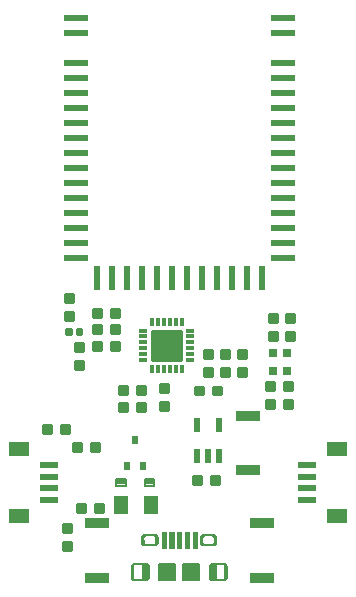
<source format=gbr>
G04 EAGLE Gerber RS-274X export*
G75*
%MOMM*%
%FSLAX34Y34*%
%LPD*%
%AMOC8*
5,1,8,0,0,1.08239X$1,22.5*%
G01*
%ADD10C,0.222250*%
%ADD11C,0.200000*%
%ADD12R,1.270000X1.524000*%
%ADD13C,0.127000*%
%ADD14C,0.040638*%
%ADD15C,0.152400*%
%ADD16R,0.500000X0.800000*%
%ADD17R,0.750000X0.300000*%
%ADD18C,0.405000*%
%ADD19R,0.300000X0.750000*%
%ADD20R,0.600000X1.200000*%
%ADD21R,2.000000X0.550000*%
%ADD22R,0.550000X2.000000*%
%ADD23R,2.000000X0.870000*%
%ADD24C,0.317500*%
%ADD25R,0.800000X0.800000*%
%ADD26R,1.550000X0.600000*%
%ADD27R,1.800000X1.200000*%


D10*
X176588Y95810D02*
X183256Y95810D01*
X183256Y89142D01*
X176588Y89142D01*
X176588Y95810D01*
X176588Y91254D02*
X183256Y91254D01*
X183256Y93366D02*
X176588Y93366D01*
X176588Y95478D02*
X183256Y95478D01*
X168016Y95810D02*
X161348Y95810D01*
X168016Y95810D02*
X168016Y89142D01*
X161348Y89142D01*
X161348Y95810D01*
X161348Y91254D02*
X168016Y91254D01*
X168016Y93366D02*
X161348Y93366D01*
X161348Y95478D02*
X168016Y95478D01*
X105606Y150824D02*
X98938Y150824D01*
X98938Y157492D01*
X105606Y157492D01*
X105606Y150824D01*
X105606Y152936D02*
X98938Y152936D01*
X98938Y155048D02*
X105606Y155048D01*
X105606Y157160D02*
X98938Y157160D01*
X114178Y150824D02*
X120846Y150824D01*
X114178Y150824D02*
X114178Y157492D01*
X120846Y157492D01*
X120846Y150824D01*
X120846Y152936D02*
X114178Y152936D01*
X114178Y155048D02*
X120846Y155048D01*
X120846Y157160D02*
X114178Y157160D01*
X140514Y158184D02*
X140514Y151516D01*
X133846Y151516D01*
X133846Y158184D01*
X140514Y158184D01*
X140514Y153628D02*
X133846Y153628D01*
X133846Y155740D02*
X140514Y155740D01*
X140514Y157852D02*
X133846Y157852D01*
X140514Y166756D02*
X140514Y173424D01*
X140514Y166756D02*
X133846Y166756D01*
X133846Y173424D01*
X140514Y173424D01*
X140514Y168868D02*
X133846Y168868D01*
X133846Y170980D02*
X140514Y170980D01*
X140514Y173092D02*
X133846Y173092D01*
X105606Y165302D02*
X98938Y165302D01*
X98938Y171970D01*
X105606Y171970D01*
X105606Y165302D01*
X105606Y167414D02*
X98938Y167414D01*
X98938Y169526D02*
X105606Y169526D01*
X105606Y171638D02*
X98938Y171638D01*
X114178Y165302D02*
X120846Y165302D01*
X114178Y165302D02*
X114178Y171970D01*
X120846Y171970D01*
X120846Y165302D01*
X120846Y167414D02*
X114178Y167414D01*
X114178Y169526D02*
X120846Y169526D01*
X120846Y171638D02*
X114178Y171638D01*
X177598Y179964D02*
X177598Y186632D01*
X177598Y179964D02*
X170930Y179964D01*
X170930Y186632D01*
X177598Y186632D01*
X177598Y182076D02*
X170930Y182076D01*
X170930Y184188D02*
X177598Y184188D01*
X177598Y186300D02*
X170930Y186300D01*
X177598Y195204D02*
X177598Y201872D01*
X177598Y195204D02*
X170930Y195204D01*
X170930Y201872D01*
X177598Y201872D01*
X177598Y197316D02*
X170930Y197316D01*
X170930Y199428D02*
X177598Y199428D01*
X177598Y201540D02*
X170930Y201540D01*
D11*
X104784Y87416D02*
X96784Y87416D01*
X96784Y93416D01*
X104784Y93416D01*
X104784Y87416D01*
X104784Y89316D02*
X96784Y89316D01*
X96784Y91216D02*
X104784Y91216D01*
X104784Y93116D02*
X96784Y93116D01*
X120784Y87416D02*
X128784Y87416D01*
X120784Y87416D02*
X120784Y93416D01*
X128784Y93416D01*
X128784Y87416D01*
X128784Y89316D02*
X120784Y89316D01*
X120784Y91216D02*
X128784Y91216D01*
X128784Y93116D02*
X120784Y93116D01*
D12*
X126204Y70748D03*
X100804Y70748D03*
D13*
X124346Y10132D02*
X124344Y10032D01*
X124338Y9933D01*
X124328Y9833D01*
X124315Y9735D01*
X124297Y9636D01*
X124276Y9539D01*
X124251Y9443D01*
X124222Y9347D01*
X124189Y9253D01*
X124153Y9160D01*
X124113Y9069D01*
X124069Y8979D01*
X124022Y8891D01*
X123972Y8805D01*
X123918Y8721D01*
X123861Y8639D01*
X123801Y8560D01*
X123737Y8482D01*
X123671Y8408D01*
X123602Y8336D01*
X123530Y8267D01*
X123456Y8201D01*
X123378Y8137D01*
X123299Y8077D01*
X123217Y8020D01*
X123133Y7966D01*
X123047Y7916D01*
X122959Y7869D01*
X122869Y7825D01*
X122778Y7785D01*
X122685Y7749D01*
X122591Y7716D01*
X122495Y7687D01*
X122399Y7662D01*
X122302Y7641D01*
X122203Y7623D01*
X122105Y7610D01*
X122005Y7600D01*
X121906Y7594D01*
X121806Y7592D01*
X112154Y7592D01*
X112054Y7594D01*
X111955Y7600D01*
X111855Y7610D01*
X111757Y7623D01*
X111658Y7641D01*
X111561Y7662D01*
X111465Y7687D01*
X111369Y7716D01*
X111275Y7749D01*
X111182Y7785D01*
X111091Y7825D01*
X111001Y7869D01*
X110913Y7916D01*
X110827Y7966D01*
X110743Y8020D01*
X110661Y8077D01*
X110582Y8137D01*
X110504Y8201D01*
X110430Y8267D01*
X110358Y8336D01*
X110289Y8408D01*
X110223Y8482D01*
X110159Y8560D01*
X110099Y8639D01*
X110042Y8721D01*
X109988Y8805D01*
X109938Y8891D01*
X109891Y8979D01*
X109847Y9069D01*
X109807Y9160D01*
X109771Y9253D01*
X109738Y9347D01*
X109709Y9443D01*
X109684Y9539D01*
X109663Y9636D01*
X109645Y9735D01*
X109632Y9833D01*
X109622Y9933D01*
X109616Y10032D01*
X109614Y10132D01*
X109614Y18768D01*
X109616Y18868D01*
X109622Y18967D01*
X109632Y19067D01*
X109645Y19165D01*
X109663Y19264D01*
X109684Y19361D01*
X109709Y19457D01*
X109738Y19553D01*
X109771Y19647D01*
X109807Y19740D01*
X109847Y19831D01*
X109891Y19921D01*
X109938Y20009D01*
X109988Y20095D01*
X110042Y20179D01*
X110099Y20261D01*
X110159Y20340D01*
X110223Y20418D01*
X110289Y20492D01*
X110358Y20564D01*
X110430Y20633D01*
X110504Y20699D01*
X110582Y20763D01*
X110661Y20823D01*
X110743Y20880D01*
X110827Y20934D01*
X110913Y20984D01*
X111001Y21031D01*
X111091Y21075D01*
X111182Y21115D01*
X111275Y21151D01*
X111369Y21184D01*
X111465Y21213D01*
X111561Y21238D01*
X111658Y21259D01*
X111757Y21277D01*
X111855Y21290D01*
X111955Y21300D01*
X112054Y21306D01*
X112154Y21308D01*
X121806Y21308D01*
X121906Y21306D01*
X122005Y21300D01*
X122105Y21290D01*
X122203Y21277D01*
X122302Y21259D01*
X122399Y21238D01*
X122495Y21213D01*
X122591Y21184D01*
X122685Y21151D01*
X122778Y21115D01*
X122869Y21075D01*
X122959Y21031D01*
X123047Y20984D01*
X123133Y20934D01*
X123217Y20880D01*
X123299Y20823D01*
X123378Y20763D01*
X123456Y20699D01*
X123530Y20633D01*
X123602Y20564D01*
X123671Y20492D01*
X123737Y20418D01*
X123801Y20340D01*
X123861Y20261D01*
X123918Y20179D01*
X123972Y20095D01*
X124022Y20009D01*
X124069Y19921D01*
X124113Y19831D01*
X124153Y19740D01*
X124189Y19647D01*
X124222Y19553D01*
X124251Y19457D01*
X124276Y19361D01*
X124297Y19264D01*
X124315Y19165D01*
X124328Y19067D01*
X124338Y18967D01*
X124344Y18868D01*
X124346Y18768D01*
X124346Y10132D01*
X110630Y8608D02*
X110630Y20292D01*
X119266Y21054D02*
X119266Y8100D01*
X119266Y21054D02*
X120282Y21054D01*
X120536Y21054D01*
X120282Y21054D02*
X120282Y8100D01*
X121552Y8100D01*
X121552Y20800D01*
X122568Y20800D01*
X122568Y8100D01*
X123076Y8100D01*
X123076Y20800D01*
X175908Y18768D02*
X175910Y18868D01*
X175916Y18967D01*
X175926Y19067D01*
X175939Y19165D01*
X175957Y19264D01*
X175978Y19361D01*
X176003Y19457D01*
X176032Y19553D01*
X176065Y19647D01*
X176101Y19740D01*
X176141Y19831D01*
X176185Y19921D01*
X176232Y20009D01*
X176282Y20095D01*
X176336Y20179D01*
X176393Y20261D01*
X176453Y20340D01*
X176517Y20418D01*
X176583Y20492D01*
X176652Y20564D01*
X176724Y20633D01*
X176798Y20699D01*
X176876Y20763D01*
X176955Y20823D01*
X177037Y20880D01*
X177121Y20934D01*
X177207Y20984D01*
X177295Y21031D01*
X177385Y21075D01*
X177476Y21115D01*
X177569Y21151D01*
X177663Y21184D01*
X177759Y21213D01*
X177855Y21238D01*
X177952Y21259D01*
X178051Y21277D01*
X178149Y21290D01*
X178249Y21300D01*
X178348Y21306D01*
X178448Y21308D01*
X187592Y21308D01*
X187692Y21306D01*
X187791Y21300D01*
X187891Y21290D01*
X187989Y21277D01*
X188088Y21259D01*
X188185Y21238D01*
X188281Y21213D01*
X188377Y21184D01*
X188471Y21151D01*
X188564Y21115D01*
X188655Y21075D01*
X188745Y21031D01*
X188833Y20984D01*
X188919Y20934D01*
X189003Y20880D01*
X189085Y20823D01*
X189164Y20763D01*
X189242Y20699D01*
X189316Y20633D01*
X189388Y20564D01*
X189457Y20492D01*
X189523Y20418D01*
X189587Y20340D01*
X189647Y20261D01*
X189704Y20179D01*
X189758Y20095D01*
X189808Y20009D01*
X189855Y19921D01*
X189899Y19831D01*
X189939Y19740D01*
X189975Y19647D01*
X190008Y19553D01*
X190037Y19457D01*
X190062Y19361D01*
X190083Y19264D01*
X190101Y19165D01*
X190114Y19067D01*
X190124Y18967D01*
X190130Y18868D01*
X190132Y18768D01*
X190132Y10132D01*
X190130Y10032D01*
X190124Y9933D01*
X190114Y9833D01*
X190101Y9735D01*
X190083Y9636D01*
X190062Y9539D01*
X190037Y9443D01*
X190008Y9347D01*
X189975Y9253D01*
X189939Y9160D01*
X189899Y9069D01*
X189855Y8979D01*
X189808Y8891D01*
X189758Y8805D01*
X189704Y8721D01*
X189647Y8639D01*
X189587Y8560D01*
X189523Y8482D01*
X189457Y8408D01*
X189388Y8336D01*
X189316Y8267D01*
X189242Y8201D01*
X189164Y8137D01*
X189085Y8077D01*
X189003Y8020D01*
X188919Y7966D01*
X188833Y7916D01*
X188745Y7869D01*
X188655Y7825D01*
X188564Y7785D01*
X188471Y7749D01*
X188377Y7716D01*
X188281Y7687D01*
X188185Y7662D01*
X188088Y7641D01*
X187989Y7623D01*
X187891Y7610D01*
X187791Y7600D01*
X187692Y7594D01*
X187592Y7592D01*
X178448Y7592D01*
X178348Y7594D01*
X178249Y7600D01*
X178149Y7610D01*
X178051Y7623D01*
X177952Y7641D01*
X177855Y7662D01*
X177759Y7687D01*
X177663Y7716D01*
X177569Y7749D01*
X177476Y7785D01*
X177385Y7825D01*
X177295Y7869D01*
X177207Y7916D01*
X177121Y7966D01*
X177037Y8020D01*
X176955Y8077D01*
X176876Y8137D01*
X176798Y8201D01*
X176724Y8267D01*
X176652Y8336D01*
X176583Y8408D01*
X176517Y8482D01*
X176453Y8560D01*
X176393Y8639D01*
X176336Y8721D01*
X176282Y8805D01*
X176232Y8891D01*
X176185Y8979D01*
X176141Y9069D01*
X176101Y9160D01*
X176065Y9253D01*
X176032Y9347D01*
X176003Y9443D01*
X175978Y9539D01*
X175957Y9636D01*
X175939Y9735D01*
X175926Y9833D01*
X175916Y9933D01*
X175910Y10032D01*
X175908Y10132D01*
X175908Y18768D01*
X189116Y20292D02*
X189116Y8608D01*
X176924Y8608D02*
X176924Y20292D01*
X176924Y8608D02*
X178194Y8608D01*
X178194Y20292D01*
X179464Y20292D01*
X179464Y8354D01*
X180480Y8354D01*
X180511Y8356D01*
X180541Y8361D01*
X180570Y8371D01*
X180598Y8383D01*
X180624Y8399D01*
X180648Y8418D01*
X180670Y8440D01*
X180689Y8464D01*
X180705Y8490D01*
X180717Y8518D01*
X180727Y8547D01*
X180732Y8577D01*
X180734Y8608D01*
X180734Y20546D01*
X131712Y39596D02*
X131710Y39496D01*
X131704Y39397D01*
X131694Y39297D01*
X131681Y39199D01*
X131663Y39100D01*
X131642Y39003D01*
X131617Y38907D01*
X131588Y38811D01*
X131555Y38717D01*
X131519Y38624D01*
X131479Y38533D01*
X131435Y38443D01*
X131388Y38355D01*
X131338Y38269D01*
X131284Y38185D01*
X131227Y38103D01*
X131167Y38024D01*
X131103Y37946D01*
X131037Y37872D01*
X130968Y37800D01*
X130896Y37731D01*
X130822Y37665D01*
X130744Y37601D01*
X130665Y37541D01*
X130583Y37484D01*
X130499Y37430D01*
X130413Y37380D01*
X130325Y37333D01*
X130235Y37289D01*
X130144Y37249D01*
X130051Y37213D01*
X129957Y37180D01*
X129861Y37151D01*
X129765Y37126D01*
X129668Y37105D01*
X129569Y37087D01*
X129471Y37074D01*
X129371Y37064D01*
X129272Y37058D01*
X129172Y37056D01*
X121044Y37056D01*
X120944Y37058D01*
X120845Y37064D01*
X120745Y37074D01*
X120647Y37087D01*
X120548Y37105D01*
X120451Y37126D01*
X120355Y37151D01*
X120259Y37180D01*
X120165Y37213D01*
X120072Y37249D01*
X119981Y37289D01*
X119891Y37333D01*
X119803Y37380D01*
X119717Y37430D01*
X119633Y37484D01*
X119551Y37541D01*
X119472Y37601D01*
X119394Y37665D01*
X119320Y37731D01*
X119248Y37800D01*
X119179Y37872D01*
X119113Y37946D01*
X119049Y38024D01*
X118989Y38103D01*
X118932Y38185D01*
X118878Y38269D01*
X118828Y38355D01*
X118781Y38443D01*
X118737Y38533D01*
X118697Y38624D01*
X118661Y38717D01*
X118628Y38811D01*
X118599Y38907D01*
X118574Y39003D01*
X118553Y39100D01*
X118535Y39199D01*
X118522Y39297D01*
X118512Y39397D01*
X118506Y39496D01*
X118504Y39596D01*
X118504Y43152D01*
X118506Y43252D01*
X118512Y43351D01*
X118522Y43451D01*
X118535Y43549D01*
X118553Y43648D01*
X118574Y43745D01*
X118599Y43841D01*
X118628Y43937D01*
X118661Y44031D01*
X118697Y44124D01*
X118737Y44215D01*
X118781Y44305D01*
X118828Y44393D01*
X118878Y44479D01*
X118932Y44563D01*
X118989Y44645D01*
X119049Y44724D01*
X119113Y44802D01*
X119179Y44876D01*
X119248Y44948D01*
X119320Y45017D01*
X119394Y45083D01*
X119472Y45147D01*
X119551Y45207D01*
X119633Y45264D01*
X119717Y45318D01*
X119803Y45368D01*
X119891Y45415D01*
X119981Y45459D01*
X120072Y45499D01*
X120165Y45535D01*
X120259Y45568D01*
X120355Y45597D01*
X120451Y45622D01*
X120548Y45643D01*
X120647Y45661D01*
X120745Y45674D01*
X120845Y45684D01*
X120944Y45690D01*
X121044Y45692D01*
X129172Y45692D01*
X129272Y45690D01*
X129371Y45684D01*
X129471Y45674D01*
X129569Y45661D01*
X129668Y45643D01*
X129765Y45622D01*
X129861Y45597D01*
X129957Y45568D01*
X130051Y45535D01*
X130144Y45499D01*
X130235Y45459D01*
X130325Y45415D01*
X130413Y45368D01*
X130499Y45318D01*
X130583Y45264D01*
X130665Y45207D01*
X130744Y45147D01*
X130822Y45083D01*
X130896Y45017D01*
X130968Y44948D01*
X131037Y44876D01*
X131103Y44802D01*
X131167Y44724D01*
X131227Y44645D01*
X131284Y44563D01*
X131338Y44479D01*
X131388Y44393D01*
X131435Y44305D01*
X131479Y44215D01*
X131519Y44124D01*
X131555Y44031D01*
X131588Y43937D01*
X131617Y43841D01*
X131642Y43745D01*
X131663Y43648D01*
X131681Y43549D01*
X131694Y43451D01*
X131704Y43351D01*
X131710Y43252D01*
X131712Y43152D01*
X131712Y39596D01*
X130442Y39342D02*
X130440Y39273D01*
X130435Y39205D01*
X130425Y39137D01*
X130412Y39069D01*
X130396Y39002D01*
X130376Y38936D01*
X130352Y38872D01*
X130325Y38809D01*
X130294Y38747D01*
X130260Y38687D01*
X130223Y38629D01*
X130183Y38573D01*
X130140Y38520D01*
X130094Y38469D01*
X130045Y38420D01*
X129994Y38374D01*
X129941Y38331D01*
X129885Y38291D01*
X129827Y38254D01*
X129767Y38220D01*
X129705Y38189D01*
X129642Y38162D01*
X129578Y38138D01*
X129512Y38118D01*
X129445Y38102D01*
X129377Y38089D01*
X129309Y38079D01*
X129241Y38074D01*
X129172Y38072D01*
X130442Y39342D02*
X130442Y43406D01*
X130440Y43475D01*
X130435Y43543D01*
X130425Y43611D01*
X130412Y43679D01*
X130396Y43746D01*
X130376Y43812D01*
X130352Y43876D01*
X130325Y43939D01*
X130294Y44001D01*
X130260Y44061D01*
X130223Y44119D01*
X130183Y44175D01*
X130140Y44228D01*
X130094Y44279D01*
X130045Y44328D01*
X129994Y44374D01*
X129941Y44417D01*
X129885Y44457D01*
X129827Y44494D01*
X129767Y44528D01*
X129705Y44559D01*
X129642Y44586D01*
X129578Y44610D01*
X129512Y44630D01*
X129445Y44646D01*
X129377Y44659D01*
X129309Y44669D01*
X129241Y44674D01*
X129172Y44676D01*
X121044Y44676D02*
X120967Y44674D01*
X120890Y44668D01*
X120813Y44658D01*
X120737Y44645D01*
X120662Y44627D01*
X120588Y44606D01*
X120515Y44581D01*
X120443Y44552D01*
X120373Y44520D01*
X120304Y44485D01*
X120238Y44445D01*
X120173Y44403D01*
X120111Y44357D01*
X120051Y44308D01*
X119994Y44257D01*
X119939Y44202D01*
X119888Y44145D01*
X119839Y44085D01*
X119793Y44023D01*
X119751Y43958D01*
X119711Y43892D01*
X119676Y43823D01*
X119644Y43753D01*
X119615Y43681D01*
X119590Y43608D01*
X119569Y43534D01*
X119551Y43459D01*
X119538Y43383D01*
X119528Y43306D01*
X119522Y43229D01*
X119520Y43152D01*
X119774Y39342D01*
X119776Y39273D01*
X119781Y39205D01*
X119791Y39137D01*
X119804Y39069D01*
X119820Y39002D01*
X119840Y38936D01*
X119864Y38872D01*
X119891Y38809D01*
X119922Y38747D01*
X119956Y38687D01*
X119993Y38629D01*
X120033Y38573D01*
X120076Y38520D01*
X120122Y38469D01*
X120171Y38420D01*
X120222Y38374D01*
X120275Y38331D01*
X120331Y38291D01*
X120389Y38254D01*
X120449Y38220D01*
X120511Y38189D01*
X120574Y38162D01*
X120638Y38138D01*
X120704Y38118D01*
X120771Y38102D01*
X120839Y38089D01*
X120907Y38079D01*
X120975Y38074D01*
X121044Y38072D01*
X178956Y37056D02*
X179056Y37058D01*
X179155Y37064D01*
X179255Y37074D01*
X179353Y37087D01*
X179452Y37105D01*
X179549Y37126D01*
X179645Y37151D01*
X179741Y37180D01*
X179835Y37213D01*
X179928Y37249D01*
X180019Y37289D01*
X180109Y37333D01*
X180197Y37380D01*
X180283Y37430D01*
X180367Y37484D01*
X180449Y37541D01*
X180528Y37601D01*
X180606Y37665D01*
X180680Y37731D01*
X180752Y37800D01*
X180821Y37872D01*
X180887Y37946D01*
X180951Y38024D01*
X181011Y38103D01*
X181068Y38185D01*
X181122Y38269D01*
X181172Y38355D01*
X181219Y38443D01*
X181263Y38533D01*
X181303Y38624D01*
X181339Y38717D01*
X181372Y38811D01*
X181401Y38907D01*
X181426Y39003D01*
X181447Y39100D01*
X181465Y39199D01*
X181478Y39297D01*
X181488Y39397D01*
X181494Y39496D01*
X181496Y39596D01*
X178956Y37056D02*
X170828Y37056D01*
X170728Y37058D01*
X170629Y37064D01*
X170529Y37074D01*
X170431Y37087D01*
X170332Y37105D01*
X170235Y37126D01*
X170139Y37151D01*
X170043Y37180D01*
X169949Y37213D01*
X169856Y37249D01*
X169765Y37289D01*
X169675Y37333D01*
X169587Y37380D01*
X169501Y37430D01*
X169417Y37484D01*
X169335Y37541D01*
X169256Y37601D01*
X169178Y37665D01*
X169104Y37731D01*
X169032Y37800D01*
X168963Y37872D01*
X168897Y37946D01*
X168833Y38024D01*
X168773Y38103D01*
X168716Y38185D01*
X168662Y38269D01*
X168612Y38355D01*
X168565Y38443D01*
X168521Y38533D01*
X168481Y38624D01*
X168445Y38717D01*
X168412Y38811D01*
X168383Y38907D01*
X168358Y39003D01*
X168337Y39100D01*
X168319Y39199D01*
X168306Y39297D01*
X168296Y39397D01*
X168290Y39496D01*
X168288Y39596D01*
X168288Y43152D01*
X168290Y43252D01*
X168296Y43351D01*
X168306Y43451D01*
X168319Y43549D01*
X168337Y43648D01*
X168358Y43745D01*
X168383Y43841D01*
X168412Y43937D01*
X168445Y44031D01*
X168481Y44124D01*
X168521Y44215D01*
X168565Y44305D01*
X168612Y44393D01*
X168662Y44479D01*
X168716Y44563D01*
X168773Y44645D01*
X168833Y44724D01*
X168897Y44802D01*
X168963Y44876D01*
X169032Y44948D01*
X169104Y45017D01*
X169178Y45083D01*
X169256Y45147D01*
X169335Y45207D01*
X169417Y45264D01*
X169501Y45318D01*
X169587Y45368D01*
X169675Y45415D01*
X169765Y45459D01*
X169856Y45499D01*
X169949Y45535D01*
X170043Y45568D01*
X170139Y45597D01*
X170235Y45622D01*
X170332Y45643D01*
X170431Y45661D01*
X170529Y45674D01*
X170629Y45684D01*
X170728Y45690D01*
X170828Y45692D01*
X178956Y45692D01*
X179056Y45690D01*
X179155Y45684D01*
X179255Y45674D01*
X179353Y45661D01*
X179452Y45643D01*
X179549Y45622D01*
X179645Y45597D01*
X179741Y45568D01*
X179835Y45535D01*
X179928Y45499D01*
X180019Y45459D01*
X180109Y45415D01*
X180197Y45368D01*
X180283Y45318D01*
X180367Y45264D01*
X180449Y45207D01*
X180528Y45147D01*
X180606Y45083D01*
X180680Y45017D01*
X180752Y44948D01*
X180821Y44876D01*
X180887Y44802D01*
X180951Y44724D01*
X181011Y44645D01*
X181068Y44563D01*
X181122Y44479D01*
X181172Y44393D01*
X181219Y44305D01*
X181263Y44215D01*
X181303Y44124D01*
X181339Y44031D01*
X181372Y43937D01*
X181401Y43841D01*
X181426Y43745D01*
X181447Y43648D01*
X181465Y43549D01*
X181478Y43451D01*
X181488Y43351D01*
X181494Y43252D01*
X181496Y43152D01*
X181496Y39596D01*
X170574Y44422D02*
X170505Y44420D01*
X170437Y44415D01*
X170369Y44405D01*
X170301Y44392D01*
X170234Y44376D01*
X170168Y44356D01*
X170104Y44332D01*
X170041Y44305D01*
X169979Y44274D01*
X169919Y44240D01*
X169861Y44203D01*
X169805Y44163D01*
X169752Y44120D01*
X169701Y44074D01*
X169652Y44025D01*
X169606Y43974D01*
X169563Y43921D01*
X169523Y43865D01*
X169486Y43807D01*
X169452Y43747D01*
X169421Y43685D01*
X169394Y43622D01*
X169370Y43558D01*
X169350Y43492D01*
X169334Y43425D01*
X169321Y43357D01*
X169311Y43289D01*
X169306Y43221D01*
X169304Y43152D01*
X169304Y39596D01*
X169306Y39527D01*
X169311Y39459D01*
X169321Y39391D01*
X169334Y39323D01*
X169350Y39256D01*
X169370Y39190D01*
X169394Y39126D01*
X169421Y39063D01*
X169452Y39001D01*
X169486Y38941D01*
X169523Y38883D01*
X169563Y38827D01*
X169606Y38774D01*
X169652Y38723D01*
X169701Y38674D01*
X169752Y38628D01*
X169805Y38585D01*
X169861Y38545D01*
X169919Y38508D01*
X169979Y38474D01*
X170041Y38443D01*
X170104Y38416D01*
X170168Y38392D01*
X170234Y38372D01*
X170301Y38356D01*
X170369Y38343D01*
X170437Y38333D01*
X170505Y38328D01*
X170574Y38326D01*
X178956Y44676D02*
X179025Y44674D01*
X179093Y44669D01*
X179161Y44659D01*
X179229Y44646D01*
X179296Y44630D01*
X179362Y44610D01*
X179426Y44586D01*
X179489Y44559D01*
X179551Y44528D01*
X179611Y44494D01*
X179669Y44457D01*
X179725Y44417D01*
X179778Y44374D01*
X179829Y44328D01*
X179878Y44279D01*
X179924Y44228D01*
X179967Y44175D01*
X180007Y44119D01*
X180044Y44061D01*
X180078Y44001D01*
X180109Y43939D01*
X180136Y43876D01*
X180160Y43812D01*
X180180Y43746D01*
X180196Y43679D01*
X180209Y43611D01*
X180219Y43543D01*
X180224Y43475D01*
X180226Y43406D01*
X180226Y39342D01*
X180224Y39273D01*
X180219Y39205D01*
X180209Y39137D01*
X180196Y39069D01*
X180180Y39002D01*
X180160Y38936D01*
X180136Y38872D01*
X180109Y38809D01*
X180078Y38747D01*
X180044Y38687D01*
X180007Y38629D01*
X179967Y38573D01*
X179924Y38520D01*
X179878Y38469D01*
X179829Y38420D01*
X179778Y38374D01*
X179725Y38331D01*
X179669Y38291D01*
X179611Y38254D01*
X179551Y38220D01*
X179489Y38189D01*
X179426Y38162D01*
X179362Y38138D01*
X179296Y38118D01*
X179229Y38102D01*
X179161Y38089D01*
X179093Y38079D01*
X179025Y38074D01*
X178956Y38072D01*
D14*
X138621Y34846D02*
X134963Y34846D01*
X134963Y47902D01*
X138621Y47902D01*
X138621Y34846D01*
X138621Y35232D02*
X134963Y35232D01*
X134963Y35618D02*
X138621Y35618D01*
X138621Y36004D02*
X134963Y36004D01*
X134963Y36390D02*
X138621Y36390D01*
X138621Y36776D02*
X134963Y36776D01*
X134963Y37162D02*
X138621Y37162D01*
X138621Y37548D02*
X134963Y37548D01*
X134963Y37934D02*
X138621Y37934D01*
X138621Y38320D02*
X134963Y38320D01*
X134963Y38706D02*
X138621Y38706D01*
X138621Y39092D02*
X134963Y39092D01*
X134963Y39478D02*
X138621Y39478D01*
X138621Y39864D02*
X134963Y39864D01*
X134963Y40250D02*
X138621Y40250D01*
X138621Y40636D02*
X134963Y40636D01*
X134963Y41022D02*
X138621Y41022D01*
X138621Y41408D02*
X134963Y41408D01*
X134963Y41794D02*
X138621Y41794D01*
X138621Y42180D02*
X134963Y42180D01*
X134963Y42566D02*
X138621Y42566D01*
X138621Y42952D02*
X134963Y42952D01*
X134963Y43338D02*
X138621Y43338D01*
X138621Y43724D02*
X134963Y43724D01*
X134963Y44110D02*
X138621Y44110D01*
X138621Y44496D02*
X134963Y44496D01*
X134963Y44882D02*
X138621Y44882D01*
X138621Y45268D02*
X134963Y45268D01*
X134963Y45654D02*
X138621Y45654D01*
X138621Y46040D02*
X134963Y46040D01*
X134963Y46426D02*
X138621Y46426D01*
X138621Y46812D02*
X134963Y46812D01*
X134963Y47198D02*
X138621Y47198D01*
X138621Y47584D02*
X134963Y47584D01*
X141567Y34846D02*
X145225Y34846D01*
X141567Y34846D02*
X141567Y47902D01*
X145225Y47902D01*
X145225Y34846D01*
X145225Y35232D02*
X141567Y35232D01*
X141567Y35618D02*
X145225Y35618D01*
X145225Y36004D02*
X141567Y36004D01*
X141567Y36390D02*
X145225Y36390D01*
X145225Y36776D02*
X141567Y36776D01*
X141567Y37162D02*
X145225Y37162D01*
X145225Y37548D02*
X141567Y37548D01*
X141567Y37934D02*
X145225Y37934D01*
X145225Y38320D02*
X141567Y38320D01*
X141567Y38706D02*
X145225Y38706D01*
X145225Y39092D02*
X141567Y39092D01*
X141567Y39478D02*
X145225Y39478D01*
X145225Y39864D02*
X141567Y39864D01*
X141567Y40250D02*
X145225Y40250D01*
X145225Y40636D02*
X141567Y40636D01*
X141567Y41022D02*
X145225Y41022D01*
X145225Y41408D02*
X141567Y41408D01*
X141567Y41794D02*
X145225Y41794D01*
X145225Y42180D02*
X141567Y42180D01*
X141567Y42566D02*
X145225Y42566D01*
X145225Y42952D02*
X141567Y42952D01*
X141567Y43338D02*
X145225Y43338D01*
X145225Y43724D02*
X141567Y43724D01*
X141567Y44110D02*
X145225Y44110D01*
X145225Y44496D02*
X141567Y44496D01*
X141567Y44882D02*
X145225Y44882D01*
X145225Y45268D02*
X141567Y45268D01*
X141567Y45654D02*
X145225Y45654D01*
X145225Y46040D02*
X141567Y46040D01*
X141567Y46426D02*
X145225Y46426D01*
X145225Y46812D02*
X141567Y46812D01*
X141567Y47198D02*
X145225Y47198D01*
X145225Y47584D02*
X141567Y47584D01*
X148171Y34846D02*
X151829Y34846D01*
X148171Y34846D02*
X148171Y47902D01*
X151829Y47902D01*
X151829Y34846D01*
X151829Y35232D02*
X148171Y35232D01*
X148171Y35618D02*
X151829Y35618D01*
X151829Y36004D02*
X148171Y36004D01*
X148171Y36390D02*
X151829Y36390D01*
X151829Y36776D02*
X148171Y36776D01*
X148171Y37162D02*
X151829Y37162D01*
X151829Y37548D02*
X148171Y37548D01*
X148171Y37934D02*
X151829Y37934D01*
X151829Y38320D02*
X148171Y38320D01*
X148171Y38706D02*
X151829Y38706D01*
X151829Y39092D02*
X148171Y39092D01*
X148171Y39478D02*
X151829Y39478D01*
X151829Y39864D02*
X148171Y39864D01*
X148171Y40250D02*
X151829Y40250D01*
X151829Y40636D02*
X148171Y40636D01*
X148171Y41022D02*
X151829Y41022D01*
X151829Y41408D02*
X148171Y41408D01*
X148171Y41794D02*
X151829Y41794D01*
X151829Y42180D02*
X148171Y42180D01*
X148171Y42566D02*
X151829Y42566D01*
X151829Y42952D02*
X148171Y42952D01*
X148171Y43338D02*
X151829Y43338D01*
X151829Y43724D02*
X148171Y43724D01*
X148171Y44110D02*
X151829Y44110D01*
X151829Y44496D02*
X148171Y44496D01*
X148171Y44882D02*
X151829Y44882D01*
X151829Y45268D02*
X148171Y45268D01*
X148171Y45654D02*
X151829Y45654D01*
X151829Y46040D02*
X148171Y46040D01*
X148171Y46426D02*
X151829Y46426D01*
X151829Y46812D02*
X148171Y46812D01*
X148171Y47198D02*
X151829Y47198D01*
X151829Y47584D02*
X148171Y47584D01*
X154775Y34846D02*
X158433Y34846D01*
X154775Y34846D02*
X154775Y47902D01*
X158433Y47902D01*
X158433Y34846D01*
X158433Y35232D02*
X154775Y35232D01*
X154775Y35618D02*
X158433Y35618D01*
X158433Y36004D02*
X154775Y36004D01*
X154775Y36390D02*
X158433Y36390D01*
X158433Y36776D02*
X154775Y36776D01*
X154775Y37162D02*
X158433Y37162D01*
X158433Y37548D02*
X154775Y37548D01*
X154775Y37934D02*
X158433Y37934D01*
X158433Y38320D02*
X154775Y38320D01*
X154775Y38706D02*
X158433Y38706D01*
X158433Y39092D02*
X154775Y39092D01*
X154775Y39478D02*
X158433Y39478D01*
X158433Y39864D02*
X154775Y39864D01*
X154775Y40250D02*
X158433Y40250D01*
X158433Y40636D02*
X154775Y40636D01*
X154775Y41022D02*
X158433Y41022D01*
X158433Y41408D02*
X154775Y41408D01*
X154775Y41794D02*
X158433Y41794D01*
X158433Y42180D02*
X154775Y42180D01*
X154775Y42566D02*
X158433Y42566D01*
X158433Y42952D02*
X154775Y42952D01*
X154775Y43338D02*
X158433Y43338D01*
X158433Y43724D02*
X154775Y43724D01*
X154775Y44110D02*
X158433Y44110D01*
X158433Y44496D02*
X154775Y44496D01*
X154775Y44882D02*
X158433Y44882D01*
X158433Y45268D02*
X154775Y45268D01*
X154775Y45654D02*
X158433Y45654D01*
X158433Y46040D02*
X154775Y46040D01*
X154775Y46426D02*
X158433Y46426D01*
X158433Y46812D02*
X154775Y46812D01*
X154775Y47198D02*
X158433Y47198D01*
X158433Y47584D02*
X154775Y47584D01*
X161379Y34846D02*
X165037Y34846D01*
X161379Y34846D02*
X161379Y47902D01*
X165037Y47902D01*
X165037Y34846D01*
X165037Y35232D02*
X161379Y35232D01*
X161379Y35618D02*
X165037Y35618D01*
X165037Y36004D02*
X161379Y36004D01*
X161379Y36390D02*
X165037Y36390D01*
X165037Y36776D02*
X161379Y36776D01*
X161379Y37162D02*
X165037Y37162D01*
X165037Y37548D02*
X161379Y37548D01*
X161379Y37934D02*
X165037Y37934D01*
X165037Y38320D02*
X161379Y38320D01*
X161379Y38706D02*
X165037Y38706D01*
X165037Y39092D02*
X161379Y39092D01*
X161379Y39478D02*
X165037Y39478D01*
X165037Y39864D02*
X161379Y39864D01*
X161379Y40250D02*
X165037Y40250D01*
X165037Y40636D02*
X161379Y40636D01*
X161379Y41022D02*
X165037Y41022D01*
X165037Y41408D02*
X161379Y41408D01*
X161379Y41794D02*
X165037Y41794D01*
X165037Y42180D02*
X161379Y42180D01*
X161379Y42566D02*
X165037Y42566D01*
X165037Y42952D02*
X161379Y42952D01*
X161379Y43338D02*
X165037Y43338D01*
X165037Y43724D02*
X161379Y43724D01*
X161379Y44110D02*
X165037Y44110D01*
X165037Y44496D02*
X161379Y44496D01*
X161379Y44882D02*
X165037Y44882D01*
X165037Y45268D02*
X161379Y45268D01*
X161379Y45654D02*
X165037Y45654D01*
X165037Y46040D02*
X161379Y46040D01*
X161379Y46426D02*
X165037Y46426D01*
X165037Y46812D02*
X161379Y46812D01*
X161379Y47198D02*
X165037Y47198D01*
X165037Y47584D02*
X161379Y47584D01*
D15*
X146698Y7592D02*
X132982Y7592D01*
X132982Y21308D01*
X146698Y21308D01*
X146698Y7592D01*
X146698Y9040D02*
X132982Y9040D01*
X132982Y10488D02*
X146698Y10488D01*
X146698Y11936D02*
X132982Y11936D01*
X132982Y13384D02*
X146698Y13384D01*
X146698Y14832D02*
X132982Y14832D01*
X132982Y16280D02*
X146698Y16280D01*
X146698Y17728D02*
X132982Y17728D01*
X132982Y19176D02*
X146698Y19176D01*
X146698Y20624D02*
X132982Y20624D01*
X153302Y7592D02*
X167018Y7592D01*
X153302Y7592D02*
X153302Y21308D01*
X167018Y21308D01*
X167018Y7592D01*
X167018Y9040D02*
X153302Y9040D01*
X153302Y10488D02*
X167018Y10488D01*
X167018Y11936D02*
X153302Y11936D01*
X153302Y13384D02*
X167018Y13384D01*
X167018Y14832D02*
X153302Y14832D01*
X153302Y16280D02*
X167018Y16280D01*
X167018Y17728D02*
X153302Y17728D01*
X153302Y19176D02*
X167018Y19176D01*
X167018Y20624D02*
X153302Y20624D01*
D16*
X106102Y104220D03*
X119102Y104220D03*
X112602Y126220D03*
D10*
X70046Y64972D02*
X63378Y64972D01*
X63378Y71640D01*
X70046Y71640D01*
X70046Y64972D01*
X70046Y67084D02*
X63378Y67084D01*
X63378Y69196D02*
X70046Y69196D01*
X70046Y71308D02*
X63378Y71308D01*
X78618Y64972D02*
X85286Y64972D01*
X78618Y64972D02*
X78618Y71640D01*
X85286Y71640D01*
X85286Y64972D01*
X85286Y67084D02*
X78618Y67084D01*
X78618Y69196D02*
X85286Y69196D01*
X85286Y71308D02*
X78618Y71308D01*
X178366Y171248D02*
X185034Y171248D01*
X185034Y164580D01*
X178366Y164580D01*
X178366Y171248D01*
X178366Y166692D02*
X185034Y166692D01*
X185034Y168804D02*
X178366Y168804D01*
X178366Y170916D02*
X185034Y170916D01*
X169794Y171248D02*
X163126Y171248D01*
X169794Y171248D02*
X169794Y164580D01*
X163126Y164580D01*
X163126Y171248D01*
X163126Y166692D02*
X169794Y166692D01*
X169794Y168804D02*
X163126Y168804D01*
X163126Y170916D02*
X169794Y170916D01*
D17*
X119460Y218738D03*
D18*
X127985Y194763D02*
X150935Y194763D01*
X127985Y194763D02*
X127985Y217713D01*
X150935Y217713D01*
X150935Y194763D01*
X150935Y198610D02*
X127985Y198610D01*
X127985Y202457D02*
X150935Y202457D01*
X150935Y206304D02*
X127985Y206304D01*
X127985Y210151D02*
X150935Y210151D01*
X150935Y213998D02*
X127985Y213998D01*
D17*
X119460Y213738D03*
X119460Y208738D03*
X119460Y203738D03*
X119460Y198738D03*
X119460Y193738D03*
D19*
X126960Y186238D03*
X131960Y186238D03*
X136960Y186238D03*
X141960Y186238D03*
X146960Y186238D03*
X151960Y186238D03*
D17*
X159460Y193738D03*
X159460Y198738D03*
X159460Y203738D03*
X159460Y208738D03*
X159460Y213738D03*
X159460Y218738D03*
D19*
X151960Y226238D03*
X146960Y226238D03*
X141960Y226238D03*
X136960Y226238D03*
X131960Y226238D03*
X126960Y226238D03*
D20*
X165004Y138870D03*
X184004Y138870D03*
X165004Y112750D03*
X174504Y112750D03*
X184004Y112750D03*
D21*
X62500Y483700D03*
X62500Y471000D03*
X62500Y445600D03*
X62500Y432900D03*
X62500Y420200D03*
X62500Y407500D03*
X62500Y394800D03*
X62500Y382100D03*
X62500Y369400D03*
X62500Y356700D03*
X62500Y344000D03*
X62500Y331300D03*
X62500Y318600D03*
X62500Y305900D03*
X62500Y293200D03*
X62500Y280500D03*
D22*
X80200Y263000D03*
X92900Y263000D03*
X105600Y263000D03*
X118300Y263000D03*
X131000Y263000D03*
X143700Y263000D03*
X156400Y263000D03*
X169100Y263000D03*
X181800Y263000D03*
X194500Y263000D03*
X207200Y263000D03*
X219900Y263000D03*
D21*
X237500Y280500D03*
X237500Y293200D03*
X237500Y305900D03*
X237500Y318600D03*
X237500Y331300D03*
X237500Y344000D03*
X237500Y356700D03*
X237500Y369400D03*
X237500Y382100D03*
X237500Y394800D03*
X237500Y407500D03*
X237500Y420200D03*
X237500Y432900D03*
X237500Y445600D03*
X237500Y471000D03*
X237500Y483700D03*
D10*
X66470Y116654D02*
X59802Y116654D01*
X59802Y123322D01*
X66470Y123322D01*
X66470Y116654D01*
X66470Y118766D02*
X59802Y118766D01*
X59802Y120878D02*
X66470Y120878D01*
X66470Y122990D02*
X59802Y122990D01*
X75042Y116654D02*
X81710Y116654D01*
X75042Y116654D02*
X75042Y123322D01*
X81710Y123322D01*
X81710Y116654D01*
X81710Y118766D02*
X75042Y118766D01*
X75042Y120878D02*
X81710Y120878D01*
X81710Y122990D02*
X75042Y122990D01*
X41616Y131722D02*
X34948Y131722D01*
X34948Y138390D01*
X41616Y138390D01*
X41616Y131722D01*
X41616Y133834D02*
X34948Y133834D01*
X34948Y135946D02*
X41616Y135946D01*
X41616Y138058D02*
X34948Y138058D01*
X50188Y131722D02*
X56856Y131722D01*
X50188Y131722D02*
X50188Y138390D01*
X56856Y138390D01*
X56856Y131722D01*
X56856Y133834D02*
X50188Y133834D01*
X50188Y135946D02*
X56856Y135946D01*
X56856Y138058D02*
X50188Y138058D01*
D23*
X208602Y146512D03*
X208602Y100512D03*
D10*
X60198Y227460D02*
X60198Y234128D01*
X60198Y227460D02*
X53530Y227460D01*
X53530Y234128D01*
X60198Y234128D01*
X60198Y229572D02*
X53530Y229572D01*
X53530Y231684D02*
X60198Y231684D01*
X60198Y233796D02*
X53530Y233796D01*
X60198Y242700D02*
X60198Y249368D01*
X60198Y242700D02*
X53530Y242700D01*
X53530Y249368D01*
X60198Y249368D01*
X60198Y244812D02*
X53530Y244812D01*
X53530Y246924D02*
X60198Y246924D01*
X60198Y249036D02*
X53530Y249036D01*
D24*
X63981Y219260D02*
X67157Y219260D01*
X67157Y216084D01*
X63981Y216084D01*
X63981Y219260D01*
X63981Y219100D02*
X67157Y219100D01*
X58267Y219260D02*
X55091Y219260D01*
X58267Y219260D02*
X58267Y216084D01*
X55091Y216084D01*
X55091Y219260D01*
X55091Y219100D02*
X58267Y219100D01*
D10*
X68324Y193122D02*
X68324Y186454D01*
X61656Y186454D01*
X61656Y193122D01*
X68324Y193122D01*
X68324Y188566D02*
X61656Y188566D01*
X61656Y190678D02*
X68324Y190678D01*
X68324Y192790D02*
X61656Y192790D01*
X68324Y201694D02*
X68324Y208362D01*
X68324Y201694D02*
X61656Y201694D01*
X61656Y208362D01*
X68324Y208362D01*
X68324Y203806D02*
X61656Y203806D01*
X61656Y205918D02*
X68324Y205918D01*
X68324Y208030D02*
X61656Y208030D01*
D25*
X241248Y184482D03*
X241248Y199482D03*
X229648Y184482D03*
X229648Y199482D03*
D10*
X240540Y225724D02*
X240540Y232392D01*
X247208Y232392D01*
X247208Y225724D01*
X240540Y225724D01*
X240540Y227836D02*
X247208Y227836D01*
X247208Y229948D02*
X240540Y229948D01*
X240540Y232060D02*
X247208Y232060D01*
X240540Y217152D02*
X240540Y210484D01*
X240540Y217152D02*
X247208Y217152D01*
X247208Y210484D01*
X240540Y210484D01*
X240540Y212596D02*
X247208Y212596D01*
X247208Y214708D02*
X240540Y214708D01*
X240540Y216820D02*
X247208Y216820D01*
X225808Y225724D02*
X225808Y232392D01*
X232476Y232392D01*
X232476Y225724D01*
X225808Y225724D01*
X225808Y227836D02*
X232476Y227836D01*
X232476Y229948D02*
X225808Y229948D01*
X225808Y232060D02*
X232476Y232060D01*
X225808Y217152D02*
X225808Y210484D01*
X225808Y217152D02*
X232476Y217152D01*
X232476Y210484D01*
X225808Y210484D01*
X225808Y212596D02*
X232476Y212596D01*
X232476Y214708D02*
X225808Y214708D01*
X225808Y216820D02*
X232476Y216820D01*
X98904Y237214D02*
X92236Y237214D01*
X98904Y237214D02*
X98904Y230546D01*
X92236Y230546D01*
X92236Y237214D01*
X92236Y232658D02*
X98904Y232658D01*
X98904Y234770D02*
X92236Y234770D01*
X92236Y236882D02*
X98904Y236882D01*
X83664Y237214D02*
X76996Y237214D01*
X83664Y237214D02*
X83664Y230546D01*
X76996Y230546D01*
X76996Y237214D01*
X76996Y232658D02*
X83664Y232658D01*
X83664Y234770D02*
X76996Y234770D01*
X76996Y236882D02*
X83664Y236882D01*
X92236Y223060D02*
X98904Y223060D01*
X98904Y216392D01*
X92236Y216392D01*
X92236Y223060D01*
X92236Y218504D02*
X98904Y218504D01*
X98904Y220616D02*
X92236Y220616D01*
X92236Y222728D02*
X98904Y222728D01*
X83664Y223060D02*
X76996Y223060D01*
X83664Y223060D02*
X83664Y216392D01*
X76996Y216392D01*
X76996Y223060D01*
X76996Y218504D02*
X83664Y218504D01*
X83664Y220616D02*
X76996Y220616D01*
X76996Y222728D02*
X83664Y222728D01*
X92236Y208906D02*
X98904Y208906D01*
X98904Y202238D01*
X92236Y202238D01*
X92236Y208906D01*
X92236Y204350D02*
X98904Y204350D01*
X98904Y206462D02*
X92236Y206462D01*
X92236Y208574D02*
X98904Y208574D01*
X83664Y208906D02*
X76996Y208906D01*
X83664Y208906D02*
X83664Y202238D01*
X76996Y202238D01*
X76996Y208906D01*
X76996Y204350D02*
X83664Y204350D01*
X83664Y206462D02*
X76996Y206462D01*
X76996Y208574D02*
X83664Y208574D01*
D23*
X220000Y55512D03*
X220000Y9512D03*
D10*
X223774Y153336D02*
X230442Y153336D01*
X223774Y153336D02*
X223774Y160004D01*
X230442Y160004D01*
X230442Y153336D01*
X230442Y155448D02*
X223774Y155448D01*
X223774Y157560D02*
X230442Y157560D01*
X230442Y159672D02*
X223774Y159672D01*
X239014Y153336D02*
X245682Y153336D01*
X239014Y153336D02*
X239014Y160004D01*
X245682Y160004D01*
X245682Y153336D01*
X245682Y155448D02*
X239014Y155448D01*
X239014Y157560D02*
X245682Y157560D01*
X245682Y159672D02*
X239014Y159672D01*
D26*
X39660Y105016D03*
X39660Y95016D03*
X39660Y85016D03*
X39660Y75016D03*
D27*
X14410Y62016D03*
X14410Y118016D03*
D10*
X185724Y195328D02*
X185724Y201996D01*
X192392Y201996D01*
X192392Y195328D01*
X185724Y195328D01*
X185724Y197440D02*
X192392Y197440D01*
X192392Y199552D02*
X185724Y199552D01*
X185724Y201664D02*
X192392Y201664D01*
X185724Y186756D02*
X185724Y180088D01*
X185724Y186756D02*
X192392Y186756D01*
X192392Y180088D01*
X185724Y180088D01*
X185724Y182200D02*
X192392Y182200D01*
X192392Y184312D02*
X185724Y184312D01*
X185724Y186424D02*
X192392Y186424D01*
X200038Y195260D02*
X200038Y201928D01*
X206706Y201928D01*
X206706Y195260D01*
X200038Y195260D01*
X200038Y197372D02*
X206706Y197372D01*
X206706Y199484D02*
X200038Y199484D01*
X200038Y201596D02*
X206706Y201596D01*
X200038Y186688D02*
X200038Y180020D01*
X200038Y186688D02*
X206706Y186688D01*
X206706Y180020D01*
X200038Y180020D01*
X200038Y182132D02*
X206706Y182132D01*
X206706Y184244D02*
X200038Y184244D01*
X200038Y186356D02*
X206706Y186356D01*
D26*
X258318Y75016D03*
X258318Y85016D03*
X258318Y95016D03*
X258318Y105016D03*
D27*
X283568Y118016D03*
X283568Y62016D03*
D10*
X245650Y174784D02*
X238982Y174784D01*
X245650Y174784D02*
X245650Y168116D01*
X238982Y168116D01*
X238982Y174784D01*
X238982Y170228D02*
X245650Y170228D01*
X245650Y172340D02*
X238982Y172340D01*
X238982Y174452D02*
X245650Y174452D01*
X230410Y174784D02*
X223742Y174784D01*
X230410Y174784D02*
X230410Y168116D01*
X223742Y168116D01*
X223742Y174784D01*
X223742Y170228D02*
X230410Y170228D01*
X230410Y172340D02*
X223742Y172340D01*
X223742Y174452D02*
X230410Y174452D01*
D23*
X80000Y9512D03*
X80000Y55512D03*
D10*
X51666Y54954D02*
X51666Y48286D01*
X51666Y54954D02*
X58334Y54954D01*
X58334Y48286D01*
X51666Y48286D01*
X51666Y50398D02*
X58334Y50398D01*
X58334Y52510D02*
X51666Y52510D01*
X51666Y54622D02*
X58334Y54622D01*
X51666Y39714D02*
X51666Y33046D01*
X51666Y39714D02*
X58334Y39714D01*
X58334Y33046D01*
X51666Y33046D01*
X51666Y35158D02*
X58334Y35158D01*
X58334Y37270D02*
X51666Y37270D01*
X51666Y39382D02*
X58334Y39382D01*
M02*

</source>
